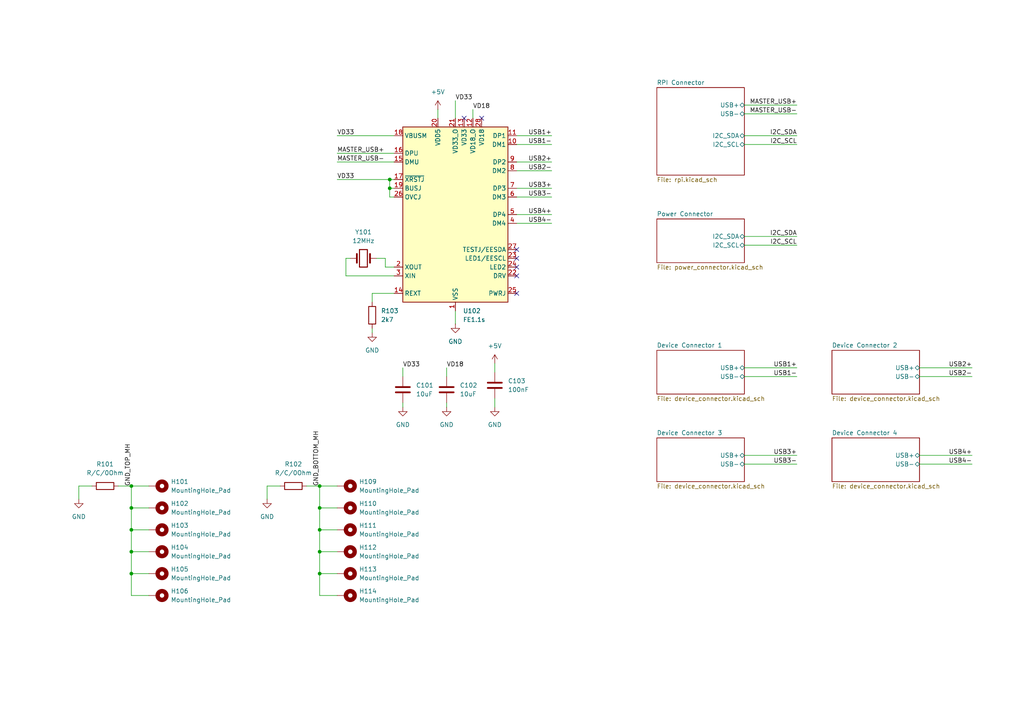
<source format=kicad_sch>
(kicad_sch (version 20250114) (generator "eeschema") (generator_version "9.0")
  (paper "A4")
  (title_block (title "Bus, USB") (rev "<<HASH>>") (company "Amateurfunkclub für Remote Stationen"))
  (lib_symbols
    (symbol "Device:C" (pin_numbers (hide yes)) (pin_names (offset 0.254))
      (property "Reference" "C" (at 0.635 2.54 0))
      (property "Value" "C" (at 0.635 -2.54 0))
      (symbol "C_0_1"
        (polyline (pts (xy -2.032 0.762) (xy 2.032 0.762)) (stroke (width 0.508)))
        (polyline (pts (xy -2.032 -0.762) (xy 2.032 -0.762)) (stroke (width 0.508)))
      )
      (symbol "C_1_1"
        (pin passive line (at 0 3.81 270) (length 2.794) (name "~") (number "1"))
        (pin passive line (at 0 -3.81 90) (length 2.794) (name "~") (number "2"))
      )
    )
    (symbol "Device:Crystal" (pin_numbers (hide yes)) (pin_names (offset 1.016) (hide yes))
      (property "Reference" "Y" (at 0 3.81 0))
      (property "Value" "Crystal" (at 0 -3.81 0))
      (symbol "Crystal_0_1"
        (polyline (pts (xy -2.54 0) (xy -1.905 0)))
        (polyline (pts (xy -1.905 -1.27) (xy -1.905 1.27)) (stroke (width 0.508)))
        (rectangle (start -1.143 2.54) (end 1.143 -2.54) (stroke (width 0.3048)))
        (polyline (pts (xy 1.905 -1.27) (xy 1.905 1.27)) (stroke (width 0.508)))
        (polyline (pts (xy 2.54 0) (xy 1.905 0)))
      )
      (symbol "Crystal_1_1"
        (pin passive line (at -3.81 0 0) (length 1.27) (name "1") (number "1"))
        (pin passive line (at 3.81 0 180) (length 1.27) (name "2") (number "2"))
      )
    )
    (symbol "Device:R" (pin_numbers (hide yes)) (pin_names (offset 0))
      (property "Reference" "R" (at 2.032 0 90))
      (property "Value" "R" (at 0 0 90))
      (symbol "R_0_1"
        (rectangle (start -1.016 -2.54) (end 1.016 2.54) (stroke (width 0.254)))
      )
      (symbol "R_1_1"
        (pin passive line (at 0 3.81 270) (length 1.27) (name "~") (number "1"))
        (pin passive line (at 0 -3.81 90) (length 1.27) (name "~") (number "2"))
      )
    )
    (symbol "Interface_USB:FE1.1s"
      (property "Reference" "U" (at -11.43 26.67 0))
      (property "Value" "FE1.1s" (at 12.7 27.94 0))
      (symbol "FE1.1s_0_1"
        (rectangle (start -15.24 25.4) (end 15.24 -25.4) (stroke (width 0.254)) (fill (type background)))
      )
      (symbol "FE1.1s_1_1"
        (pin input line (at -17.78 22.86 0) (length 2.54) (name "VBUSM") (number "18"))
        (pin bidirectional line (at -17.78 17.78 0) (length 2.54) (name "DPU") (number "16"))
        (pin bidirectional line (at -17.78 15.24 0) (length 2.54) (name "DMU") (number "15"))
        (pin input line (at -17.78 10.16 0) (length 2.54) (name "~{XRSTJ}") (number "17"))
        (pin input line (at -17.78 7.62 0) (length 2.54) (name "BUSJ") (number "19"))
        (pin input line (at -17.78 5.08 0) (length 2.54) (name "OVCJ") (number "26"))
        (pin output line (at -17.78 -15.24 0) (length 2.54) (name "XOUT") (number "2"))
        (pin input line (at -17.78 -17.78 0) (length 2.54) (name "XIN") (number "3"))
        (pin passive line (at -17.78 -22.86 0) (length 2.54) (name "REXT") (number "14"))
        (pin power_in line (at -5.08 27.94 270) (length 2.54) (name "VDD5") (number "20"))
        (pin power_out line (at 0 27.94 270) (length 2.54) (name "VD33_O") (number "21"))
        (pin power_in line (at 0 -27.94 90) (length 2.54) (name "VSS") (number "1"))
        (pin power_in line (at 2.54 27.94 270) (length 2.54) (name "VD33") (number "13"))
        (pin power_out line (at 5.08 27.94 270) (length 2.54) (name "VD18_O") (number "12"))
        (pin power_in line (at 7.62 27.94 270) (length 2.54) (name "VD18") (number "28"))
        (pin bidirectional line (at 17.78 22.86 180) (length 2.54) (name "DP1") (number "11"))
        (pin bidirectional line (at 17.78 20.32 180) (length 2.54) (name "DM1") (number "10"))
        (pin bidirectional line (at 17.78 15.24 180) (length 2.54) (name "DP2") (number "9"))
        (pin bidirectional line (at 17.78 12.7 180) (length 2.54) (name "DM2") (number "8"))
        (pin bidirectional line (at 17.78 7.62 180) (length 2.54) (name "DP3") (number "7"))
        (pin bidirectional line (at 17.78 5.08 180) (length 2.54) (name "DM3") (number "6"))
        (pin bidirectional line (at 17.78 0 180) (length 2.54) (name "DP4") (number "5"))
        (pin bidirectional line (at 17.78 -2.54 180) (length 2.54) (name "DM4") (number "4"))
        (pin bidirectional line (at 17.78 -10.16 180) (length 2.54) (name "TESTJ/EESDA") (number "27"))
        (pin bidirectional line (at 17.78 -12.7 180) (length 2.54) (name "LED1/EESCL") (number "23"))
        (pin bidirectional line (at 17.78 -15.24 180) (length 2.54) (name "LED2") (number "24"))
        (pin bidirectional line (at 17.78 -17.78 180) (length 2.54) (name "DRV") (number "22"))
        (pin output line (at 17.78 -22.86 180) (length 2.54) (name "PWRJ") (number "25"))
      )
    )
    (symbol "Mechanical:MountingHole_Pad" (pin_numbers (hide yes)) (pin_names (offset 1.016) (hide yes)) (exclude_from_sim yes) (in_bom no)
      (property "Reference" "H" (at 0 6.35 0))
      (property "Value" "MountingHole_Pad" (at 0 4.445 0))
      (symbol "MountingHole_Pad_0_1"
        (circle (center 0 1.27) (radius 1.27) (stroke (width 1.27)))
      )
      (symbol "MountingHole_Pad_1_1"
        (pin input line (at 0 -2.54 90) (length 2.54) (name "1") (number "1"))
      )
    )
    (symbol "power:+5V" (power) (pin_numbers (hide yes)) (pin_names (offset 0) (hide yes))
      (property "Value" "+5V" (at 0 3.556 0))
      (symbol "+5V_0_1"
        (polyline (pts (xy -0.762 1.27) (xy 0 2.54)))
        (polyline (pts (xy 0 2.54) (xy 0.762 1.27)))
        (polyline (pts (xy 0 0) (xy 0 2.54)))
      )
      (symbol "+5V_1_1"
        (pin power_in line (at 0 0 90) (length 0) (name "~") (number "1"))
      )
    )
    (symbol "power:GND" (power) (pin_numbers (hide yes)) (pin_names (offset 0) (hide yes))
      (property "Value" "GND" (at 0 -3.81 0))
      (symbol "GND_0_1"
        (polyline (pts (xy 0 0) (xy 0 -1.27) (xy 1.27 -1.27) (xy 0 -2.54) (xy -1.27 -1.27) (xy 0 -1.27)))
      )
      (symbol "GND_1_1"
        (pin power_in line (at 0 0 270) (length 0) (name "~") (number "1"))
      )
    )
  )
  (junction (at 92.71 160.02))
  (junction (at 38.1 147.32))
  (junction (at 38.1 160.02))
  (junction (at 92.71 153.67))
  (junction (at 113.03 54.61))
  (junction (at 92.71 140.97))
  (junction (at 38.1 166.37))
  (junction (at 92.71 166.37))
  (junction (at 38.1 140.97))
  (junction (at 113.03 52.07))
  (junction (at 38.1 153.67))
  (junction (at 92.71 147.32))
  (no_connect (at 134.62 34.29))
  (no_connect (at 149.86 74.93))
  (no_connect (at 149.86 85.09))
  (no_connect (at 139.7 34.29))
  (no_connect (at 149.86 72.39))
  (no_connect (at 149.86 80.01))
  (no_connect (at 149.86 77.47))
  (wire (pts (xy 149.86 41.91) (xy 160.02 41.91)))
  (wire (pts (xy 107.95 95.25) (xy 107.95 96.52)))
  (wire (pts (xy 116.84 116.84) (xy 116.84 118.11)))
  (wire (pts (xy 143.51 105.41) (xy 143.51 107.95)))
  (wire (pts (xy 107.95 85.09) (xy 114.3 85.09)))
  (wire (pts (xy 92.71 147.32) (xy 92.71 153.67)))
  (wire (pts (xy 77.47 140.97) (xy 77.47 144.78)))
  (wire (pts (xy 92.71 160.02) (xy 97.79 160.02)))
  (wire (pts (xy 114.3 54.61) (xy 113.03 54.61)))
  (wire (pts (xy 38.1 166.37) (xy 43.18 166.37)))
  (wire (pts (xy 266.7 106.68) (xy 281.94 106.68)))
  (wire (pts (xy 92.71 153.67) (xy 92.71 160.02)))
  (wire (pts (xy 114.3 80.01) (xy 100.33 80.01)))
  (wire (pts (xy 43.18 147.32) (xy 38.1 147.32)))
  (wire (pts (xy 215.9 39.37) (xy 231.14 39.37)))
  (wire (pts (xy 114.3 57.15) (xy 113.03 57.15)))
  (wire (pts (xy 215.9 68.58) (xy 231.14 68.58)))
  (wire (pts (xy 215.9 41.91) (xy 231.14 41.91)))
  (wire (pts (xy 81.28 140.97) (xy 77.47 140.97)))
  (wire (pts (xy 113.03 54.61) (xy 113.03 57.15)))
  (wire (pts (xy 38.1 153.67) (xy 43.18 153.67)))
  (wire (pts (xy 97.79 172.72) (xy 92.71 172.72)))
  (wire (pts (xy 113.03 52.07) (xy 113.03 54.61)))
  (wire (pts (xy 38.1 140.97) (xy 43.18 140.97)))
  (wire (pts (xy 38.1 166.37) (xy 38.1 160.02)))
  (wire (pts (xy 215.9 132.08) (xy 231.14 132.08)))
  (wire (pts (xy 92.71 160.02) (xy 92.71 166.37)))
  (wire (pts (xy 149.86 39.37) (xy 160.02 39.37)))
  (wire (pts (xy 26.67 140.97) (xy 22.86 140.97)))
  (wire (pts (xy 129.54 116.84) (xy 129.54 118.11)))
  (wire (pts (xy 97.79 147.32) (xy 92.71 147.32)))
  (wire (pts (xy 100.33 80.01) (xy 100.33 74.93)))
  (wire (pts (xy 92.71 153.67) (xy 97.79 153.67)))
  (wire (pts (xy 92.71 147.32) (xy 92.71 140.97)))
  (wire (pts (xy 143.51 115.57) (xy 143.51 118.11)))
  (wire (pts (xy 88.9 140.97) (xy 92.71 140.97)))
  (wire (pts (xy 38.1 147.32) (xy 38.1 140.97)))
  (wire (pts (xy 149.86 54.61) (xy 160.02 54.61)))
  (wire (pts (xy 129.54 106.68) (xy 129.54 109.22)))
  (wire (pts (xy 132.08 90.17) (xy 132.08 93.98)))
  (wire (pts (xy 127 31.75) (xy 127 34.29)))
  (wire (pts (xy 43.18 172.72) (xy 38.1 172.72)))
  (wire (pts (xy 215.9 106.68) (xy 231.14 106.68)))
  (wire (pts (xy 137.16 31.75) (xy 137.16 34.29)))
  (wire (pts (xy 92.71 166.37) (xy 92.71 172.72)))
  (wire (pts (xy 149.86 57.15) (xy 160.02 57.15)))
  (wire (pts (xy 215.9 71.12) (xy 231.14 71.12)))
  (wire (pts (xy 215.9 30.48) (xy 231.14 30.48)))
  (wire (pts (xy 132.08 29.21) (xy 132.08 34.29)))
  (wire (pts (xy 38.1 160.02) (xy 38.1 153.67)))
  (wire (pts (xy 92.71 140.97) (xy 97.79 140.97)))
  (wire (pts (xy 34.29 140.97) (xy 38.1 140.97)))
  (wire (pts (xy 149.86 62.23) (xy 160.02 62.23)))
  (wire (pts (xy 266.7 132.08) (xy 281.94 132.08)))
  (wire (pts (xy 107.95 87.63) (xy 107.95 85.09)))
  (wire (pts (xy 38.1 160.02) (xy 43.18 160.02)))
  (wire (pts (xy 113.03 52.07) (xy 114.3 52.07)))
  (wire (pts (xy 100.33 74.93) (xy 101.6 74.93)))
  (wire (pts (xy 97.79 39.37) (xy 114.3 39.37)))
  (wire (pts (xy 111.76 77.47) (xy 114.3 77.47)))
  (wire (pts (xy 97.79 52.07) (xy 113.03 52.07)))
  (wire (pts (xy 22.86 140.97) (xy 22.86 144.78)))
  (wire (pts (xy 215.9 134.62) (xy 231.14 134.62)))
  (wire (pts (xy 97.79 46.99) (xy 114.3 46.99)))
  (wire (pts (xy 111.76 74.93) (xy 111.76 77.47)))
  (wire (pts (xy 215.9 109.22) (xy 231.14 109.22)))
  (wire (pts (xy 92.71 166.37) (xy 97.79 166.37)))
  (wire (pts (xy 149.86 64.77) (xy 160.02 64.77)))
  (wire (pts (xy 38.1 172.72) (xy 38.1 166.37)))
  (wire (pts (xy 266.7 134.62) (xy 281.94 134.62)))
  (wire (pts (xy 149.86 46.99) (xy 160.02 46.99)))
  (wire (pts (xy 266.7 109.22) (xy 281.94 109.22)))
  (wire (pts (xy 215.9 33.02) (xy 231.14 33.02)))
  (wire (pts (xy 149.86 49.53) (xy 160.02 49.53)))
  (wire (pts (xy 38.1 153.67) (xy 38.1 147.32)))
  (wire (pts (xy 109.22 74.93) (xy 111.76 74.93)))
  (wire (pts (xy 116.84 106.68) (xy 116.84 109.22)))
  (wire (pts (xy 97.79 44.45) (xy 114.3 44.45)))
  (label "VD33" (at 97.79 52.07 0))
  (label "USB1+" (at 160.02 39.37 180))
  (label "USB4-" (at 160.02 64.77 180))
  (label "I2C_SDA" (at 231.14 68.58 180))
  (label "VD33" (at 116.84 106.68 0))
  (label "GND_TOP_MH" (at 38.1 140.97 90))
  (label "VD33" (at 132.08 29.21 0))
  (label "USB1+" (at 231.14 106.68 180))
  (label "USB3-" (at 160.02 57.15 180))
  (label "VD33" (at 97.79 39.37 0))
  (label "USB2+" (at 281.94 106.68 180))
  (label "VD18" (at 129.54 106.68 0))
  (label "USB1-" (at 160.02 41.91 180))
  (label "USB3+" (at 160.02 54.61 180))
  (label "USB3+" (at 231.14 132.08 180))
  (label "USB1-" (at 231.14 109.22 180))
  (label "I2C_SDA" (at 231.14 39.37 180))
  (label "USB2+" (at 160.02 46.99 180))
  (label "USB2-" (at 281.94 109.22 180))
  (label "USB4+" (at 160.02 62.23 180))
  (label "I2C_SCL" (at 231.14 71.12 180))
  (label "USB4-" (at 281.94 134.62 180))
  (label "MASTER_USB+" (at 231.14 30.48 180))
  (label "USB4+" (at 281.94 132.08 180))
  (label "USB2-" (at 160.02 49.53 180))
  (label "I2C_SCL" (at 231.14 41.91 180))
  (label "USB3-" (at 231.14 134.62 180))
  (label "GND_BOTTOM_MH" (at 92.71 140.97 90))
  (label "MASTER_USB+" (at 97.79 44.45 0))
  (label "VD18" (at 137.16 31.75 0))
  (label "MASTER_USB-" (at 231.14 33.02 180))
  (label "MASTER_USB-" (at 97.79 46.99 0))
  (symbol (lib_id "Mechanical:MountingHole_Pad") (at 100.33 153.67 270) (unit 1) (exclude_from_sim yes) (in_bom no)
    (property "Reference" "H111" (at 104.14 152.3999 90) (effects (justify left)))
    (property "Value" "MountingHole_Pad" (at 104.14 154.9399 90) (effects (justify left)))
    (property "Footprint" "MountingHole:MountingHole_2.7mm_M2.5_Pad_TopBottom" (effects (hide yes)))
    (property "Description" "Mounting Hole with connection" (effects (hide yes)))
  )
  (symbol (lib_id "power:GND") (at 107.95 96.52 0) (unit 1)
    (property "Reference" "#PWR0105" (effects (hide yes)))
    (property "Value" "GND" (at 107.95 101.6 0))
    (property "Description" "Power symbol creates a global label with name \"GND\" , ground" (effects (hide yes)))
  )
  (symbol (lib_id "Interface_USB:FE1.1s") (at 132.08 62.23 0) (unit 1)
    (property "Reference" "U102" (at 134.2741 90.17 0) (effects (justify left)))
    (property "Value" "FE1.1s" (at 134.2741 92.71 0) (effects (justify left)))
    (property "Footprint" "Package_SO:SSOP-28_3.9x9.9mm_P0.635mm" (effects (hide yes)))
    (property "Datasheet" "https://cdn-shop.adafruit.com/product-files/2991/FE1.1s+Data+Sheet+(Rev.+1.0).pdf" (effects (hide yes)))
    (property "Description" "USB 2.0 High Speed 4-Port Hub Controller, SSOP-28" (effects (hide yes)))
    (property "LCSC" "C6706491" (effects (hide yes)))
  )
  (symbol (lib_id "power:+5V") (at 143.51 105.41 0) (unit 1)
    (property "Reference" "#PWR0110" (effects (hide yes)))
    (property "Value" "+5V" (at 143.51 100.33 0))
    (property "Description" "Power symbol creates a global label with name \"+5V\"" (effects (hide yes)))
  )
  (symbol (lib_id "Device:C") (at 116.84 113.03 0) (unit 1)
    (property "Reference" "C101" (at 120.65 111.7599 0) (effects (justify left)))
    (property "Value" "10uF" (at 120.65 114.2999 0) (effects (justify left)))
    (property "Footprint" "Capacitor_SMD:C_0805_2012Metric" (effects (hide yes)))
    (property "Description" "Unpolarized capacitor" (effects (hide yes)))
    (property "LCSC" "C307560" (effects (hide yes)))
  )
  (symbol (lib_id "Device:C") (at 143.51 111.76 0) (unit 1)
    (property "Reference" "C103" (at 147.32 110.4899 0) (effects (justify left)))
    (property "Value" "100nF" (at 147.32 113.0299 0) (effects (justify left)))
    (property "Footprint" "Capacitor_SMD:C_0805_2012Metric" (effects (hide yes)))
    (property "Description" "Unpolarized capacitor" (effects (hide yes)))
    (property "LCSC" "C354365" (effects (hide yes)))
  )
  (symbol (lib_id "Mechanical:MountingHole_Pad") (at 100.33 160.02 270) (unit 1) (exclude_from_sim yes) (in_bom no)
    (property "Reference" "H112" (at 104.14 158.7499 90) (effects (justify left)))
    (property "Value" "MountingHole_Pad" (at 104.14 161.2899 90) (effects (justify left)))
    (property "Footprint" "MountingHole:MountingHole_2.7mm_M2.5_Pad_TopBottom" (effects (hide yes)))
    (property "Description" "Mounting Hole with connection" (effects (hide yes)))
  )
  (symbol (lib_id "Mechanical:MountingHole_Pad") (at 45.72 166.37 270) (unit 1) (exclude_from_sim yes) (in_bom no)
    (property "Reference" "H105" (at 49.53 165.0999 90) (effects (justify left)))
    (property "Value" "MountingHole_Pad" (at 49.53 167.6399 90) (effects (justify left)))
    (property "Footprint" "MountingHole:MountingHole_2.7mm_M2.5_Pad_TopBottom" (effects (hide yes)))
    (property "Description" "Mounting Hole with connection" (effects (hide yes)))
  )
  (symbol (lib_id "power:GND") (at 143.51 118.11 0) (unit 1)
    (property "Reference" "#PWR0111" (effects (hide yes)))
    (property "Value" "GND" (at 143.51 123.19 0))
    (property "Description" "Power symbol creates a global label with name \"GND\" , ground" (effects (hide yes)))
  )
  (symbol (lib_id "Mechanical:MountingHole_Pad") (at 45.72 160.02 270) (unit 1) (exclude_from_sim yes) (in_bom no)
    (property "Reference" "H104" (at 49.53 158.7499 90) (effects (justify left)))
    (property "Value" "MountingHole_Pad" (at 49.53 161.2899 90) (effects (justify left)))
    (property "Footprint" "MountingHole:MountingHole_2.7mm_M2.5_Pad_TopBottom" (effects (hide yes)))
    (property "Description" "Mounting Hole with connection" (effects (hide yes)))
  )
  (symbol (lib_id "Mechanical:MountingHole_Pad") (at 100.33 166.37 270) (unit 1) (exclude_from_sim yes) (in_bom no)
    (property "Reference" "H113" (at 104.14 165.0999 90) (effects (justify left)))
    (property "Value" "MountingHole_Pad" (at 104.14 167.6399 90) (effects (justify left)))
    (property "Footprint" "MountingHole:MountingHole_2.7mm_M2.5_Pad_TopBottom" (effects (hide yes)))
    (property "Description" "Mounting Hole with connection" (effects (hide yes)))
  )
  (symbol (lib_id "Device:R") (at 85.09 140.97 90) (unit 1)
    (property "Reference" "R102" (at 85.09 134.62 90))
    (property "Value" "R/C/0Ohm" (at 85.09 137.16 90))
    (property "Footprint" "Resistor_SMD:R_0805_2012Metric" (effects (hide yes)))
    (property "Description" "Resistor" (effects (hide yes)))
  )
  (symbol (lib_id "Device:Crystal") (at 105.41 74.93 0) (unit 1)
    (property "Reference" "Y101" (at 105.41 67.31 0))
    (property "Value" "12MHz" (at 105.41 69.85 0))
    (property "Footprint" "PRJ:M49S-SMD" (effects (hide yes)))
    (property "Description" "Two pin crystal" (effects (hide yes)))
    (property "LCSC" "C2983432" (effects (hide yes)))
  )
  (symbol (lib_id "power:GND") (at 132.08 93.98 0) (unit 1)
    (property "Reference" "#PWR0109" (effects (hide yes)))
    (property "Value" "GND" (at 132.08 99.06 0))
    (property "Description" "Power symbol creates a global label with name \"GND\" , ground" (effects (hide yes)))
  )
  (symbol (lib_id "Mechanical:MountingHole_Pad") (at 45.72 147.32 270) (unit 1) (exclude_from_sim yes) (in_bom no)
    (property "Reference" "H102" (at 49.53 146.0499 90) (effects (justify left)))
    (property "Value" "MountingHole_Pad" (at 49.53 148.5899 90) (effects (justify left)))
    (property "Footprint" "MountingHole:MountingHole_2.7mm_M2.5_Pad_TopBottom" (effects (hide yes)))
    (property "Description" "Mounting Hole with connection" (effects (hide yes)))
  )
  (symbol (lib_id "Mechanical:MountingHole_Pad") (at 45.72 140.97 270) (unit 1) (exclude_from_sim yes) (in_bom no)
    (property "Reference" "H101" (at 49.53 139.6999 90) (effects (justify left)))
    (property "Value" "MountingHole_Pad" (at 49.53 142.2399 90) (effects (justify left)))
    (property "Footprint" "MountingHole:MountingHole_2.7mm_M2.5_Pad_TopBottom" (effects (hide yes)))
    (property "Description" "Mounting Hole with connection" (effects (hide yes)))
  )
  (symbol (lib_id "Mechanical:MountingHole_Pad") (at 100.33 172.72 270) (unit 1) (exclude_from_sim yes) (in_bom no)
    (property "Reference" "H114" (at 104.14 171.4499 90) (effects (justify left)))
    (property "Value" "MountingHole_Pad" (at 104.14 173.9899 90) (effects (justify left)))
    (property "Footprint" "MountingHole:MountingHole_2.7mm_M2.5_Pad_TopBottom" (effects (hide yes)))
    (property "Description" "Mounting Hole with connection" (effects (hide yes)))
  )
  (symbol (lib_id "Device:C") (at 129.54 113.03 0) (unit 1)
    (property "Reference" "C102" (at 133.35 111.7599 0) (effects (justify left)))
    (property "Value" "10uF" (at 133.35 114.2999 0) (effects (justify left)))
    (property "Footprint" "Capacitor_SMD:C_0805_2012Metric" (effects (hide yes)))
    (property "Description" "Unpolarized capacitor" (effects (hide yes)))
    (property "LCSC" "C307560" (effects (hide yes)))
  )
  (symbol (lib_id "power:GND") (at 22.86 144.78 0) (unit 1)
    (property "Reference" "#PWR0101" (effects (hide yes)))
    (property "Value" "GND" (at 22.86 149.86 0))
    (property "Description" "Power symbol creates a global label with name \"GND\" , ground" (effects (hide yes)))
  )
  (symbol (lib_id "power:+5V") (at 127 31.75 0) (unit 1)
    (property "Reference" "#PWR0107" (effects (hide yes)))
    (property "Value" "+5V" (at 127 26.67 0))
    (property "Description" "Power symbol creates a global label with name \"+5V\"" (effects (hide yes)))
  )
  (symbol (lib_id "power:GND") (at 116.84 118.11 0) (unit 1)
    (property "Reference" "#PWR0106" (effects (hide yes)))
    (property "Value" "GND" (at 116.84 123.19 0))
    (property "Description" "Power symbol creates a global label with name \"GND\" , ground" (effects (hide yes)))
  )
  (symbol (lib_id "Mechanical:MountingHole_Pad") (at 45.72 172.72 270) (unit 1) (exclude_from_sim yes) (in_bom no)
    (property "Reference" "H106" (at 49.53 171.4499 90) (effects (justify left)))
    (property "Value" "MountingHole_Pad" (at 49.53 173.9899 90) (effects (justify left)))
    (property "Footprint" "MountingHole:MountingHole_2.7mm_M2.5_Pad_TopBottom" (effects (hide yes)))
    (property "Description" "Mounting Hole with connection" (effects (hide yes)))
  )
  (symbol (lib_id "power:GND") (at 129.54 118.11 0) (unit 1)
    (property "Reference" "#PWR0108" (effects (hide yes)))
    (property "Value" "GND" (at 129.54 123.19 0))
    (property "Description" "Power symbol creates a global label with name \"GND\" , ground" (effects (hide yes)))
  )
  (symbol (lib_id "Device:R") (at 30.48 140.97 90) (unit 1)
    (property "Reference" "R101" (at 30.48 134.62 90))
    (property "Value" "R/C/0Ohm" (at 30.48 137.16 90))
    (property "Footprint" "Resistor_SMD:R_0805_2012Metric" (effects (hide yes)))
    (property "Description" "Resistor" (effects (hide yes)))
  )
  (symbol (lib_id "Mechanical:MountingHole_Pad") (at 45.72 153.67 270) (unit 1) (exclude_from_sim yes) (in_bom no)
    (property "Reference" "H103" (at 49.53 152.3999 90) (effects (justify left)))
    (property "Value" "MountingHole_Pad" (at 49.53 154.9399 90) (effects (justify left)))
    (property "Footprint" "MountingHole:MountingHole_2.7mm_M2.5_Pad_TopBottom" (effects (hide yes)))
    (property "Description" "Mounting Hole with connection" (effects (hide yes)))
  )
  (symbol (lib_id "Mechanical:MountingHole_Pad") (at 100.33 147.32 270) (unit 1) (exclude_from_sim yes) (in_bom no)
    (property "Reference" "H110" (at 104.14 146.0499 90) (effects (justify left)))
    (property "Value" "MountingHole_Pad" (at 104.14 148.5899 90) (effects (justify left)))
    (property "Footprint" "MountingHole:MountingHole_2.7mm_M2.5_Pad_TopBottom" (effects (hide yes)))
    (property "Description" "Mounting Hole with connection" (effects (hide yes)))
  )
  (symbol (lib_id "Mechanical:MountingHole_Pad") (at 100.33 140.97 270) (unit 1) (exclude_from_sim yes) (in_bom no)
    (property "Reference" "H109" (at 104.14 139.6999 90) (effects (justify left)))
    (property "Value" "MountingHole_Pad" (at 104.14 142.2399 90) (effects (justify left)))
    (property "Footprint" "MountingHole:MountingHole_2.7mm_M2.5_Pad_TopBottom" (effects (hide yes)))
    (property "Description" "Mounting Hole with connection" (effects (hide yes)))
  )
  (symbol (lib_id "Device:R") (at 107.95 91.44 0) (unit 1)
    (property "Reference" "R103" (at 110.49 90.1699 0) (effects (justify left)))
    (property "Value" "2k7" (at 110.49 92.7099 0) (effects (justify left)))
    (property "Footprint" "Resistor_SMD:R_0805_2012Metric" (effects (hide yes)))
    (property "Description" "Resistor" (effects (hide yes)))
    (property "LCSC" "C352230" (effects (hide yes)))
  )
  (symbol (lib_id "power:GND") (at 77.47 144.78 0) (unit 1)
    (property "Reference" "#PWR0104" (effects (hide yes)))
    (property "Value" "GND" (at 77.47 149.86 0))
    (property "Description" "Power symbol creates a global label with name \"GND\" , ground" (effects (hide yes)))
  )
  (sheet (at 190.5 63.5) (size 25.4 12.7) (stroke (width 0.1524))
    (property "Sheetname" "Power Connector" (at 190.5 62.7884 0) (effects (justify left bottom)))
    (property "Sheetfile" "power_connector.kicad_sch" (at 190.5 76.7846 0) (effects (justify left top)))
    (pin "I2C_SCL" bidirectional (at 215.9 71.12 0))
    (pin "I2C_SDA" bidirectional (at 215.9 68.58 0))
  )
  (sheet (at 241.3 127) (size 25.4 12.7) (stroke (width 0.1524))
    (property "Sheetname" "Device Connector 4" (at 241.3 126.2884 0) (effects (justify left bottom)))
    (property "Sheetfile" "device_connector.kicad_sch" (at 241.3 140.2846 0) (effects (justify left top)))
    (pin "USB+" bidirectional (at 266.7 132.08 0))
    (pin "USB-" bidirectional (at 266.7 134.62 0))
  )
  (sheet (at 190.5 127) (size 25.4 12.7) (stroke (width 0.1524))
    (property "Sheetname" "Device Connector 3" (at 190.5 126.2884 0) (effects (justify left bottom)))
    (property "Sheetfile" "device_connector.kicad_sch" (at 190.5 140.2846 0) (effects (justify left top)))
    (pin "USB+" bidirectional (at 215.9 132.08 0))
    (pin "USB-" bidirectional (at 215.9 134.62 0))
  )
  (sheet (at 241.3 101.6) (size 25.4 12.7) (stroke (width 0.1524))
    (property "Sheetname" "Device Connector 2" (at 241.3 100.8884 0) (effects (justify left bottom)))
    (property "Sheetfile" "device_connector.kicad_sch" (at 241.3 114.8846 0) (effects (justify left top)))
    (pin "USB+" bidirectional (at 266.7 106.68 0))
    (pin "USB-" bidirectional (at 266.7 109.22 0))
  )
  (sheet (at 190.5 101.6) (size 25.4 12.7) (stroke (width 0.1524))
    (property "Sheetname" "Device Connector 1" (at 190.5 100.8884 0) (effects (justify left bottom)))
    (property "Sheetfile" "device_connector.kicad_sch" (at 190.5 114.8846 0) (effects (justify left top)))
    (pin "USB+" bidirectional (at 215.9 106.68 0))
    (pin "USB-" bidirectional (at 215.9 109.22 0))
  )
  (sheet (at 190.5 25.4) (size 25.4 25.4) (stroke (width 0.1524))
    (property "Sheetname" "RPI Connector" (at 190.5 24.6884 0) (effects (justify left bottom)))
    (property "Sheetfile" "rpi.kicad_sch" (at 190.5 51.3846 0) (effects (justify left top)))
    (pin "I2C_SCL" bidirectional (at 215.9 41.91 0))
    (pin "I2C_SDA" bidirectional (at 215.9 39.37 0))
    (pin "USB+" bidirectional (at 215.9 30.48 0))
    (pin "USB-" bidirectional (at 215.9 33.02 0))
  )
)
</source>
